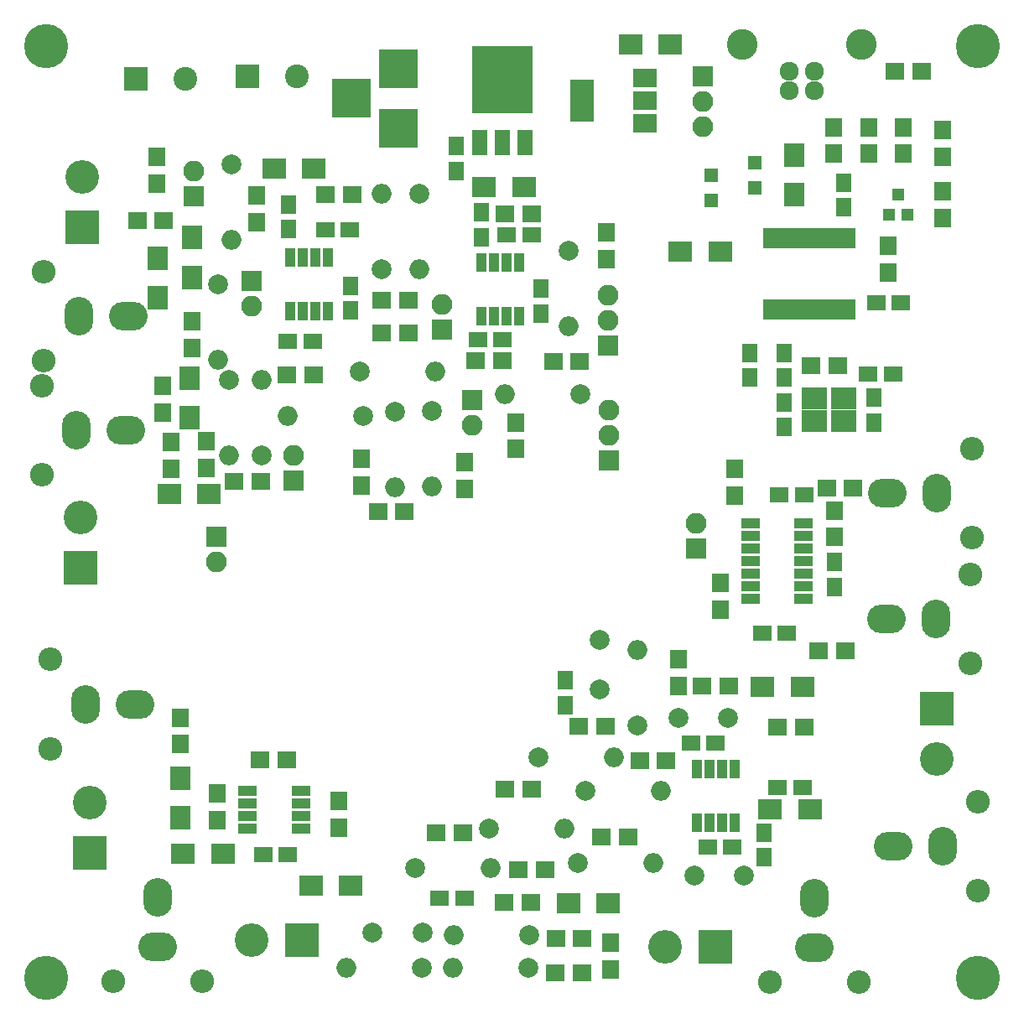
<source format=gbr>
G04 #@! TF.FileFunction,Soldermask,Top*
%FSLAX46Y46*%
G04 Gerber Fmt 4.6, Leading zero omitted, Abs format (unit mm)*
G04 Created by KiCad (PCBNEW 4.0.7) date 01/31/21 22:48:09*
%MOMM*%
%LPD*%
G01*
G04 APERTURE LIST*
%ADD10C,0.100000*%
%ADD11R,3.400000X3.400000*%
%ADD12C,3.400000*%
%ADD13R,1.950000X1.000000*%
%ADD14R,1.900000X1.650000*%
%ADD15R,1.700000X1.900000*%
%ADD16O,2.400000X2.400000*%
%ADD17O,2.900000X3.900000*%
%ADD18O,3.900000X2.900000*%
%ADD19R,2.000000X2.400000*%
%ADD20R,1.000000X1.950000*%
%ADD21R,1.650000X1.900000*%
%ADD22C,2.000000*%
%ADD23C,1.920000*%
%ADD24C,3.100000*%
%ADD25R,1.200000X1.300000*%
%ADD26R,1.900000X1.700000*%
%ADD27O,2.000000X2.000000*%
%ADD28R,2.400000X4.200000*%
%ADD29R,2.400000X1.900000*%
%ADD30R,0.850000X2.150000*%
%ADD31R,2.500000X2.200000*%
%ADD32R,2.100000X2.100000*%
%ADD33O,2.100000X2.100000*%
%ADD34C,4.464000*%
%ADD35R,2.400000X2.000000*%
%ADD36R,1.400000X1.400000*%
%ADD37R,2.400000X2.400000*%
%ADD38C,2.400000*%
%ADD39R,3.900000X3.900000*%
%ADD40R,1.600000X2.600000*%
%ADD41R,6.200000X6.800000*%
%ADD42R,1.900000X1.000000*%
G04 APERTURE END LIST*
D10*
D11*
X58800000Y-123200000D03*
D12*
X53720000Y-123200000D03*
D13*
X58700000Y-112005000D03*
X58700000Y-110735000D03*
X58700000Y-109465000D03*
X58700000Y-108195000D03*
X53300000Y-108195000D03*
X53300000Y-109465000D03*
X53300000Y-110735000D03*
X53300000Y-112005000D03*
D11*
X122900000Y-99900000D03*
D12*
X122900000Y-104980000D03*
D14*
X57350000Y-114600000D03*
X54850000Y-114600000D03*
D15*
X50200000Y-108450000D03*
X50200000Y-111150000D03*
X102500000Y-78350000D03*
X102500000Y-75650000D03*
D16*
X32500000Y-76250000D03*
X32500000Y-67250000D03*
D17*
X36000000Y-71750000D03*
D18*
X41000000Y-71750000D03*
D19*
X46500000Y-110900000D03*
X46500000Y-106900000D03*
D20*
X57595000Y-59700000D03*
X58865000Y-59700000D03*
X60135000Y-59700000D03*
X61405000Y-59700000D03*
X61405000Y-54300000D03*
X60135000Y-54300000D03*
X58865000Y-54300000D03*
X57595000Y-54300000D03*
D21*
X113500000Y-49250000D03*
X113500000Y-46750000D03*
X104000000Y-66450000D03*
X104000000Y-63950000D03*
D14*
X116750000Y-58900000D03*
X119250000Y-58900000D03*
X115950000Y-66100000D03*
X118450000Y-66100000D03*
D21*
X107500000Y-66450000D03*
X107500000Y-63950000D03*
X116500000Y-68450000D03*
X116500000Y-70950000D03*
X107500000Y-71450000D03*
X107500000Y-68950000D03*
D14*
X72680000Y-118970000D03*
X75180000Y-118970000D03*
D22*
X65940000Y-122430000D03*
X70940000Y-122430000D03*
D14*
X99750000Y-113800000D03*
X102250000Y-113800000D03*
D22*
X98400000Y-116730000D03*
X103400000Y-116730000D03*
D21*
X105470000Y-114880000D03*
X105470000Y-112380000D03*
D15*
X123500000Y-44150000D03*
X123500000Y-41450000D03*
D23*
X110540000Y-37500000D03*
X108000000Y-37500000D03*
X108000000Y-35500000D03*
X110540000Y-35500000D03*
D24*
X115270000Y-32800000D03*
X103270000Y-32800000D03*
D11*
X100500000Y-123900000D03*
D12*
X95420000Y-123900000D03*
D25*
X118050000Y-50000000D03*
X119950000Y-50000000D03*
X119000000Y-48000000D03*
D26*
X118650000Y-35500000D03*
X121350000Y-35500000D03*
D15*
X112500000Y-43850000D03*
X112500000Y-41150000D03*
X119500000Y-43850000D03*
X119500000Y-41150000D03*
X116000000Y-43850000D03*
X116000000Y-41150000D03*
X118000000Y-55850000D03*
X118000000Y-53150000D03*
D26*
X110150000Y-65200000D03*
X112850000Y-65200000D03*
D15*
X123500000Y-47650000D03*
X123500000Y-50350000D03*
D22*
X70180000Y-115980000D03*
D27*
X77800000Y-115980000D03*
D26*
X72300000Y-112430000D03*
X75000000Y-112430000D03*
D22*
X86680000Y-115480000D03*
D27*
X94300000Y-115480000D03*
D26*
X88990000Y-112780000D03*
X91690000Y-112780000D03*
X80600000Y-116090000D03*
X83300000Y-116090000D03*
D22*
X77690000Y-111940000D03*
D27*
X85310000Y-111940000D03*
D26*
X79230000Y-119420000D03*
X81930000Y-119420000D03*
D28*
X87100000Y-38500000D03*
D29*
X93400000Y-38500000D03*
X93400000Y-36200000D03*
X93400000Y-40800000D03*
D30*
X114225000Y-52400000D03*
X113575000Y-52400000D03*
X112925000Y-52400000D03*
X112275000Y-52400000D03*
X111625000Y-52400000D03*
X110975000Y-52400000D03*
X110325000Y-52400000D03*
X109675000Y-52400000D03*
X109025000Y-52400000D03*
X108375000Y-52400000D03*
X107725000Y-52400000D03*
X107075000Y-52400000D03*
X106425000Y-52400000D03*
X105775000Y-52400000D03*
X105775000Y-59600000D03*
X106425000Y-59600000D03*
X107075000Y-59600000D03*
X107725000Y-59600000D03*
X108375000Y-59600000D03*
X109025000Y-59600000D03*
X109675000Y-59600000D03*
X110325000Y-59600000D03*
X110975000Y-59600000D03*
X111625000Y-59600000D03*
X112275000Y-59600000D03*
X112925000Y-59600000D03*
X113575000Y-59600000D03*
X114225000Y-59600000D03*
D20*
X102485000Y-105990000D03*
X101215000Y-105990000D03*
X99945000Y-105990000D03*
X98675000Y-105990000D03*
X98675000Y-111390000D03*
X99945000Y-111390000D03*
X101215000Y-111390000D03*
X102485000Y-111390000D03*
D31*
X113450000Y-68550000D03*
X110550000Y-68550000D03*
X110550000Y-70850000D03*
X113450000Y-70850000D03*
D21*
X85410000Y-96990000D03*
X85410000Y-99490000D03*
D22*
X88880000Y-92930000D03*
X88880000Y-97930000D03*
D14*
X98050000Y-103310000D03*
X100550000Y-103310000D03*
D22*
X96760000Y-100750000D03*
X101760000Y-100750000D03*
X82670000Y-104800000D03*
D27*
X90290000Y-104800000D03*
D26*
X86740000Y-101670000D03*
X89440000Y-101670000D03*
D22*
X92620000Y-101540000D03*
D27*
X92620000Y-93920000D03*
D15*
X96810000Y-97590000D03*
X96810000Y-94890000D03*
D26*
X92870000Y-105100000D03*
X95570000Y-105100000D03*
D22*
X87400000Y-108130000D03*
D27*
X95020000Y-108130000D03*
D26*
X99190000Y-97600000D03*
X101890000Y-97600000D03*
D14*
X109290000Y-107850000D03*
X106790000Y-107850000D03*
D26*
X84400000Y-123080000D03*
X87100000Y-123080000D03*
D22*
X81720000Y-122680000D03*
D27*
X74100000Y-122680000D03*
D22*
X81610000Y-126030000D03*
D27*
X73990000Y-126030000D03*
D26*
X84340000Y-126570000D03*
X87040000Y-126570000D03*
D11*
X36600000Y-51300000D03*
D12*
X36600000Y-46220000D03*
D15*
X89940000Y-126190000D03*
X89940000Y-123490000D03*
D26*
X106780000Y-101690000D03*
X109480000Y-101690000D03*
D32*
X89700000Y-63200000D03*
D33*
X89700000Y-60660000D03*
X89700000Y-58120000D03*
D26*
X42150000Y-50600000D03*
X44850000Y-50600000D03*
D15*
X75200000Y-77650000D03*
X75200000Y-74950000D03*
X47700000Y-63450000D03*
X47700000Y-60750000D03*
D22*
X50300000Y-57000000D03*
D27*
X50300000Y-64620000D03*
D26*
X61150000Y-48000000D03*
X63850000Y-48000000D03*
D22*
X66800000Y-55500000D03*
D27*
X66800000Y-47880000D03*
D21*
X57400000Y-48950000D03*
X57400000Y-51450000D03*
D11*
X36400000Y-85600000D03*
D12*
X36400000Y-80520000D03*
D32*
X89800000Y-74800000D03*
D33*
X89800000Y-72260000D03*
X89800000Y-69720000D03*
D15*
X45600000Y-75650000D03*
X45600000Y-72950000D03*
X49100000Y-75550000D03*
X49100000Y-72850000D03*
D22*
X51400000Y-66700000D03*
D27*
X51400000Y-74320000D03*
D26*
X57250000Y-66200000D03*
X59950000Y-66200000D03*
D22*
X65000000Y-70300000D03*
D27*
X57380000Y-70300000D03*
D34*
X33000000Y-33000000D03*
X127000000Y-33000000D03*
X127000000Y-127000000D03*
X33000000Y-127000000D03*
D21*
X76900000Y-49750000D03*
X76900000Y-52250000D03*
X82900000Y-57450000D03*
X82900000Y-59950000D03*
D26*
X69550000Y-58600000D03*
X66850000Y-58600000D03*
D22*
X70600000Y-47900000D03*
D27*
X70600000Y-55520000D03*
D15*
X64800000Y-77350000D03*
X64800000Y-74650000D03*
D22*
X68200000Y-69900000D03*
D27*
X68200000Y-77520000D03*
D26*
X79250000Y-49900000D03*
X81950000Y-49900000D03*
D22*
X85700000Y-53600000D03*
D27*
X85700000Y-61220000D03*
D26*
X76350000Y-64700000D03*
X79050000Y-64700000D03*
D22*
X86900000Y-68100000D03*
D27*
X79280000Y-68100000D03*
D20*
X76895000Y-60200000D03*
X78165000Y-60200000D03*
X79435000Y-60200000D03*
X80705000Y-60200000D03*
X80705000Y-54800000D03*
X79435000Y-54800000D03*
X78165000Y-54800000D03*
X76895000Y-54800000D03*
D32*
X53700000Y-56700000D03*
D33*
X53700000Y-59240000D03*
D32*
X57900000Y-76800000D03*
D33*
X57900000Y-74260000D03*
D32*
X72900000Y-61600000D03*
D33*
X72900000Y-59060000D03*
D32*
X76000000Y-68700000D03*
D33*
X76000000Y-71240000D03*
D35*
X95980000Y-32766000D03*
X91980000Y-32766000D03*
D19*
X108500000Y-48000000D03*
X108500000Y-44000000D03*
X47700000Y-52300000D03*
X47700000Y-56300000D03*
D35*
X101000000Y-53700000D03*
X97000000Y-53700000D03*
X106070000Y-110000000D03*
X110070000Y-110000000D03*
X85730000Y-119470000D03*
X89730000Y-119470000D03*
X105310000Y-97640000D03*
X109310000Y-97640000D03*
X50800000Y-114500000D03*
X46800000Y-114500000D03*
X56000000Y-45300000D03*
X60000000Y-45300000D03*
D19*
X47400000Y-66500000D03*
X47400000Y-70500000D03*
D35*
X77200000Y-47200000D03*
X81200000Y-47200000D03*
D14*
X63650000Y-51500000D03*
X61150000Y-51500000D03*
X59850000Y-62800000D03*
X57350000Y-62800000D03*
X81950000Y-52000000D03*
X79450000Y-52000000D03*
X79050000Y-62600000D03*
X76550000Y-62600000D03*
D32*
X98600000Y-83700000D03*
D33*
X98600000Y-81160000D03*
D15*
X89500000Y-54450000D03*
X89500000Y-51750000D03*
X80400000Y-73650000D03*
X80400000Y-70950000D03*
D36*
X104500000Y-44750000D03*
X104500000Y-47250000D03*
X100100000Y-46050000D03*
X100100000Y-48550000D03*
D26*
X54550000Y-105000000D03*
X57250000Y-105000000D03*
D22*
X70900000Y-126000000D03*
D27*
X63280000Y-126000000D03*
D15*
X62500000Y-109150000D03*
X62500000Y-111850000D03*
D35*
X63700000Y-117700000D03*
X59700000Y-117700000D03*
D15*
X46500000Y-100750000D03*
X46500000Y-103450000D03*
D21*
X112590000Y-85070000D03*
X112590000Y-87570000D03*
D15*
X112570000Y-82540000D03*
X112570000Y-79840000D03*
D26*
X111750000Y-77620000D03*
X114450000Y-77620000D03*
D14*
X107750000Y-92250000D03*
X105250000Y-92250000D03*
D15*
X101000000Y-87150000D03*
X101000000Y-89850000D03*
D26*
X113610000Y-94050000D03*
X110910000Y-94050000D03*
D16*
X32750000Y-64750000D03*
X32750000Y-55750000D03*
D17*
X36250000Y-60250000D03*
D18*
X41250000Y-60250000D03*
D16*
X33400000Y-103900000D03*
X33400000Y-94900000D03*
D17*
X36900000Y-99400000D03*
D18*
X41900000Y-99400000D03*
D16*
X48700000Y-127400000D03*
X39700000Y-127400000D03*
D18*
X44200000Y-123900000D03*
D17*
X44200000Y-118900000D03*
D16*
X126300000Y-86300000D03*
X126300000Y-95300000D03*
D17*
X122800000Y-90800000D03*
D18*
X117800000Y-90800000D03*
D16*
X126400000Y-73600000D03*
X126400000Y-82600000D03*
D17*
X122900000Y-78100000D03*
D18*
X117900000Y-78100000D03*
D16*
X127000000Y-109250000D03*
X127000000Y-118250000D03*
D17*
X123500000Y-113750000D03*
D18*
X118500000Y-113750000D03*
D16*
X115000000Y-127500000D03*
X106000000Y-127500000D03*
D18*
X110500000Y-124000000D03*
D17*
X110500000Y-119000000D03*
D37*
X42000000Y-36250000D03*
D38*
X47000000Y-36250000D03*
D37*
X53250000Y-36000000D03*
D38*
X58250000Y-36000000D03*
D21*
X74400000Y-45550000D03*
X74400000Y-43050000D03*
D39*
X68500000Y-41250000D03*
X68500000Y-35250000D03*
X63800000Y-38250000D03*
D32*
X99250000Y-36000000D03*
D33*
X99250000Y-38540000D03*
X99250000Y-41080000D03*
D40*
X76720000Y-42700000D03*
X79000000Y-42700000D03*
X81280000Y-42700000D03*
D41*
X79000000Y-36400000D03*
D14*
X107000000Y-78250000D03*
X109500000Y-78250000D03*
D42*
X104050000Y-81190000D03*
X104050000Y-82460000D03*
X104050000Y-83730000D03*
X104050000Y-85000000D03*
X104050000Y-86270000D03*
X104050000Y-87540000D03*
X104050000Y-88810000D03*
X109450000Y-88810000D03*
X109450000Y-87540000D03*
X109450000Y-86270000D03*
X109450000Y-85000000D03*
X109450000Y-83730000D03*
X109450000Y-82460000D03*
X109450000Y-81190000D03*
D32*
X47900000Y-48100000D03*
D33*
X47900000Y-45560000D03*
D32*
X50120000Y-82480000D03*
D33*
X50120000Y-85020000D03*
D15*
X54200000Y-50750000D03*
X54200000Y-48050000D03*
D22*
X51700000Y-44900000D03*
D27*
X51700000Y-52520000D03*
D26*
X51950000Y-76900000D03*
X54650000Y-76900000D03*
D22*
X54700000Y-74300000D03*
D27*
X54700000Y-66680000D03*
D26*
X69550000Y-61900000D03*
X66850000Y-61900000D03*
D22*
X64600000Y-65800000D03*
D27*
X72220000Y-65800000D03*
D22*
X71900000Y-69800000D03*
D27*
X71900000Y-77420000D03*
D21*
X63700000Y-57150000D03*
X63700000Y-59650000D03*
D26*
X66450000Y-80000000D03*
X69150000Y-80000000D03*
X84150000Y-64800000D03*
X86850000Y-64800000D03*
X81950000Y-108000000D03*
X79250000Y-108000000D03*
D19*
X44200000Y-54400000D03*
X44200000Y-58400000D03*
D35*
X45400000Y-78200000D03*
X49400000Y-78200000D03*
D15*
X44100000Y-46850000D03*
X44100000Y-44150000D03*
X44700000Y-69950000D03*
X44700000Y-67250000D03*
D11*
X37400000Y-114400000D03*
D12*
X37400000Y-109320000D03*
M02*

</source>
